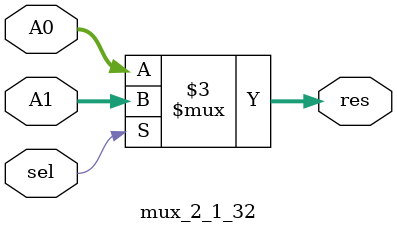
<source format=v>
`timescale 1ns / 1ps
module mux_2_1_32(A0,A1,sel,res);

	output reg [31:0] res;
	 input  sel;
	 input [31:0] A0,A1;
	 always @(*)
	 begin
		if(sel)
		begin
			res = A1;
		end
		else 
		begin
			res = A0;
		end
		
	 end
endmodule

</source>
